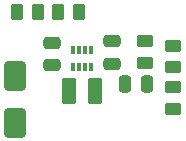
<source format=gbr>
%TF.GenerationSoftware,KiCad,Pcbnew,7.0.7-7.0.7~ubuntu23.04.1*%
%TF.CreationDate,2023-09-24T08:52:34+00:00*%
%TF.ProjectId,STEPBUBODC01,53544550-4255-4424-9f44-4330312e6b69,rev?*%
%TF.SameCoordinates,Original*%
%TF.FileFunction,Paste,Bot*%
%TF.FilePolarity,Positive*%
%FSLAX46Y46*%
G04 Gerber Fmt 4.6, Leading zero omitted, Abs format (unit mm)*
G04 Created by KiCad (PCBNEW 7.0.7-7.0.7~ubuntu23.04.1) date 2023-09-24 08:52:34*
%MOMM*%
%LPD*%
G01*
G04 APERTURE LIST*
G04 Aperture macros list*
%AMRoundRect*
0 Rectangle with rounded corners*
0 $1 Rounding radius*
0 $2 $3 $4 $5 $6 $7 $8 $9 X,Y pos of 4 corners*
0 Add a 4 corners polygon primitive as box body*
4,1,4,$2,$3,$4,$5,$6,$7,$8,$9,$2,$3,0*
0 Add four circle primitives for the rounded corners*
1,1,$1+$1,$2,$3*
1,1,$1+$1,$4,$5*
1,1,$1+$1,$6,$7*
1,1,$1+$1,$8,$9*
0 Add four rect primitives between the rounded corners*
20,1,$1+$1,$2,$3,$4,$5,0*
20,1,$1+$1,$4,$5,$6,$7,0*
20,1,$1+$1,$6,$7,$8,$9,0*
20,1,$1+$1,$8,$9,$2,$3,0*%
G04 Aperture macros list end*
%ADD10RoundRect,0.250000X0.262500X0.450000X-0.262500X0.450000X-0.262500X-0.450000X0.262500X-0.450000X0*%
%ADD11RoundRect,0.250000X-0.262500X-0.450000X0.262500X-0.450000X0.262500X0.450000X-0.262500X0.450000X0*%
%ADD12RoundRect,0.250000X0.450000X-0.262500X0.450000X0.262500X-0.450000X0.262500X-0.450000X-0.262500X0*%
%ADD13RoundRect,0.250000X-0.250000X-0.475000X0.250000X-0.475000X0.250000X0.475000X-0.250000X0.475000X0*%
%ADD14RoundRect,0.250000X-0.650000X1.000000X-0.650000X-1.000000X0.650000X-1.000000X0.650000X1.000000X0*%
%ADD15RoundRect,0.250000X0.475000X-0.250000X0.475000X0.250000X-0.475000X0.250000X-0.475000X-0.250000X0*%
%ADD16R,0.300000X0.670000*%
%ADD17RoundRect,0.250000X-0.450000X0.262500X-0.450000X-0.262500X0.450000X-0.262500X0.450000X0.262500X0*%
%ADD18RoundRect,0.250000X-0.375000X-0.850000X0.375000X-0.850000X0.375000X0.850000X-0.375000X0.850000X0*%
G04 APERTURE END LIST*
D10*
%TO.C,R4*%
X19900000Y26300000D03*
X18075000Y26300000D03*
%TD*%
D11*
%TO.C,R5*%
X14575000Y26300000D03*
X16400000Y26300000D03*
%TD*%
D12*
%TO.C,R2*%
X27850000Y21625000D03*
X27850000Y23450000D03*
%TD*%
D13*
%TO.C,C3*%
X23750000Y20175000D03*
X25650000Y20175000D03*
%TD*%
D14*
%TO.C,D1*%
X14450000Y20900000D03*
X14450000Y16900000D03*
%TD*%
D15*
%TO.C,C2*%
X22650000Y21925000D03*
X22650000Y23825000D03*
%TD*%
D16*
%TO.C,U1*%
X20878000Y21631000D03*
X20378000Y21631000D03*
X19878000Y21631000D03*
X19378000Y21631000D03*
X19378000Y23111000D03*
X19878000Y23111000D03*
X20378000Y23111000D03*
X20878000Y23111000D03*
%TD*%
D17*
%TO.C,R3*%
X27850000Y19925000D03*
X27850000Y18100000D03*
%TD*%
D15*
%TO.C,C1*%
X17588000Y21800000D03*
X17588000Y23700000D03*
%TD*%
D12*
%TO.C,R1*%
X25450000Y22000000D03*
X25450000Y23825000D03*
%TD*%
D18*
%TO.C,L1*%
X19053000Y19577000D03*
X21203000Y19577000D03*
%TD*%
M02*

</source>
